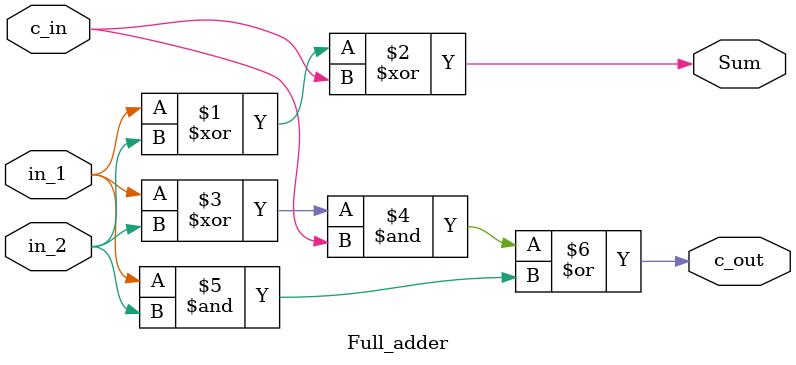
<source format=sv>
module Full_adder (
    
        input   wire logic in_1,
        input   wire logic in_2,
        input   wire logic c_in,
        output  wire logic Sum,
        output  wire logic c_out

);

assign Sum   = in_1 ^ in_2 ^ c_in;
assign c_out = (in_1 ^ in_2) & c_in | (in_1 & in_2);
    
endmodule 
</source>
